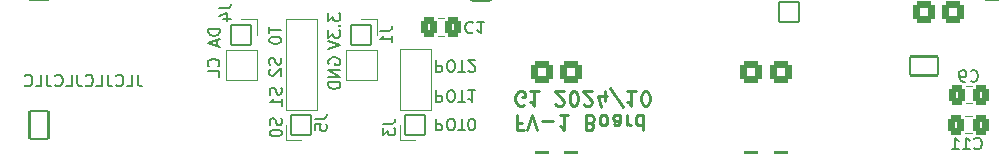
<source format=gbo>
G04 #@! TF.GenerationSoftware,KiCad,Pcbnew,8.0.5*
G04 #@! TF.CreationDate,2024-10-16T23:13:09+09:00*
G04 #@! TF.ProjectId,20240922_FV-1,32303234-3039-4323-925f-46562d312e6b,rev?*
G04 #@! TF.SameCoordinates,Original*
G04 #@! TF.FileFunction,Legend,Bot*
G04 #@! TF.FilePolarity,Positive*
%FSLAX46Y46*%
G04 Gerber Fmt 4.6, Leading zero omitted, Abs format (unit mm)*
G04 Created by KiCad (PCBNEW 8.0.5) date 2024-10-16 23:13:09*
%MOMM*%
%LPD*%
G01*
G04 APERTURE LIST*
G04 Aperture macros list*
%AMRoundRect*
0 Rectangle with rounded corners*
0 $1 Rounding radius*
0 $2 $3 $4 $5 $6 $7 $8 $9 X,Y pos of 4 corners*
0 Add a 4 corners polygon primitive as box body*
4,1,4,$2,$3,$4,$5,$6,$7,$8,$9,$2,$3,0*
0 Add four circle primitives for the rounded corners*
1,1,$1+$1,$2,$3*
1,1,$1+$1,$4,$5*
1,1,$1+$1,$6,$7*
1,1,$1+$1,$8,$9*
0 Add four rect primitives between the rounded corners*
20,1,$1+$1,$2,$3,$4,$5,0*
20,1,$1+$1,$4,$5,$6,$7,0*
20,1,$1+$1,$6,$7,$8,$9,0*
20,1,$1+$1,$8,$9,$2,$3,0*%
G04 Aperture macros list end*
%ADD10C,0.150000*%
%ADD11C,0.250000*%
%ADD12C,0.120000*%
%ADD13C,3.400000*%
%ADD14RoundRect,0.100000X0.850000X-0.850000X0.850000X0.850000X-0.850000X0.850000X-0.850000X-0.850000X0*%
%ADD15O,1.900000X1.900000*%
%ADD16RoundRect,0.281250X0.618750X0.618750X-0.618750X0.618750X-0.618750X-0.618750X0.618750X-0.618750X0*%
%ADD17RoundRect,0.100000X-1.200000X-0.800000X1.200000X-0.800000X1.200000X0.800000X-1.200000X0.800000X0*%
%ADD18O,2.600000X1.800000*%
%ADD19RoundRect,0.281250X-0.618750X-0.618750X0.618750X-0.618750X0.618750X0.618750X-0.618750X0.618750X0*%
%ADD20C,1.600000*%
%ADD21O,1.600000X1.600000*%
%ADD22C,1.320000*%
%ADD23RoundRect,0.100000X0.850000X0.850000X-0.850000X0.850000X-0.850000X-0.850000X0.850000X-0.850000X0*%
%ADD24RoundRect,0.100000X0.800000X-1.200000X0.800000X1.200000X-0.800000X1.200000X-0.800000X-1.200000X0*%
%ADD25O,1.800000X2.600000*%
%ADD26RoundRect,0.100000X-0.800000X1.200000X-0.800000X-1.200000X0.800000X-1.200000X0.800000X1.200000X0*%
%ADD27RoundRect,0.100000X-0.850000X-0.850000X0.850000X-0.850000X0.850000X0.850000X-0.850000X0.850000X0*%
%ADD28RoundRect,0.292553X0.394947X0.532447X-0.394947X0.532447X-0.394947X-0.532447X0.394947X-0.532447X0*%
%ADD29RoundRect,0.292553X-0.394947X-0.532447X0.394947X-0.532447X0.394947X0.532447X-0.394947X0.532447X0*%
G04 APERTURE END LIST*
D10*
X128857380Y-94126207D02*
X128905000Y-94078588D01*
X128905000Y-94078588D02*
X128952619Y-93935731D01*
X128952619Y-93935731D02*
X128952619Y-93840493D01*
X128952619Y-93840493D02*
X128905000Y-93697636D01*
X128905000Y-93697636D02*
X128809761Y-93602398D01*
X128809761Y-93602398D02*
X128714523Y-93554779D01*
X128714523Y-93554779D02*
X128524047Y-93507160D01*
X128524047Y-93507160D02*
X128381190Y-93507160D01*
X128381190Y-93507160D02*
X128190714Y-93554779D01*
X128190714Y-93554779D02*
X128095476Y-93602398D01*
X128095476Y-93602398D02*
X128000238Y-93697636D01*
X128000238Y-93697636D02*
X127952619Y-93840493D01*
X127952619Y-93840493D02*
X127952619Y-93935731D01*
X127952619Y-93935731D02*
X128000238Y-94078588D01*
X128000238Y-94078588D02*
X128047857Y-94126207D01*
X128952619Y-95030969D02*
X128952619Y-94554779D01*
X128952619Y-94554779D02*
X127952619Y-94554779D01*
X138236438Y-93951588D02*
X138188819Y-93856350D01*
X138188819Y-93856350D02*
X138188819Y-93713493D01*
X138188819Y-93713493D02*
X138236438Y-93570636D01*
X138236438Y-93570636D02*
X138331676Y-93475398D01*
X138331676Y-93475398D02*
X138426914Y-93427779D01*
X138426914Y-93427779D02*
X138617390Y-93380160D01*
X138617390Y-93380160D02*
X138760247Y-93380160D01*
X138760247Y-93380160D02*
X138950723Y-93427779D01*
X138950723Y-93427779D02*
X139045961Y-93475398D01*
X139045961Y-93475398D02*
X139141200Y-93570636D01*
X139141200Y-93570636D02*
X139188819Y-93713493D01*
X139188819Y-93713493D02*
X139188819Y-93808731D01*
X139188819Y-93808731D02*
X139141200Y-93951588D01*
X139141200Y-93951588D02*
X139093580Y-93999207D01*
X139093580Y-93999207D02*
X138760247Y-93999207D01*
X138760247Y-93999207D02*
X138760247Y-93808731D01*
X139188819Y-94427779D02*
X138188819Y-94427779D01*
X138188819Y-94427779D02*
X139188819Y-94999207D01*
X139188819Y-94999207D02*
X138188819Y-94999207D01*
X139188819Y-95475398D02*
X138188819Y-95475398D01*
X138188819Y-95475398D02*
X138188819Y-95713493D01*
X138188819Y-95713493D02*
X138236438Y-95856350D01*
X138236438Y-95856350D02*
X138331676Y-95951588D01*
X138331676Y-95951588D02*
X138426914Y-95999207D01*
X138426914Y-95999207D02*
X138617390Y-96046826D01*
X138617390Y-96046826D02*
X138760247Y-96046826D01*
X138760247Y-96046826D02*
X138950723Y-95999207D01*
X138950723Y-95999207D02*
X139045961Y-95951588D01*
X139045961Y-95951588D02*
X139141200Y-95856350D01*
X139141200Y-95856350D02*
X139188819Y-95713493D01*
X139188819Y-95713493D02*
X139188819Y-95475398D01*
X122059506Y-94831019D02*
X122059506Y-95545304D01*
X122059506Y-95545304D02*
X122107125Y-95688161D01*
X122107125Y-95688161D02*
X122202363Y-95783400D01*
X122202363Y-95783400D02*
X122345220Y-95831019D01*
X122345220Y-95831019D02*
X122440458Y-95831019D01*
X121107125Y-95831019D02*
X121583315Y-95831019D01*
X121583315Y-95831019D02*
X121583315Y-94831019D01*
X120202363Y-95735780D02*
X120249982Y-95783400D01*
X120249982Y-95783400D02*
X120392839Y-95831019D01*
X120392839Y-95831019D02*
X120488077Y-95831019D01*
X120488077Y-95831019D02*
X120630934Y-95783400D01*
X120630934Y-95783400D02*
X120726172Y-95688161D01*
X120726172Y-95688161D02*
X120773791Y-95592923D01*
X120773791Y-95592923D02*
X120821410Y-95402447D01*
X120821410Y-95402447D02*
X120821410Y-95259590D01*
X120821410Y-95259590D02*
X120773791Y-95069114D01*
X120773791Y-95069114D02*
X120726172Y-94973876D01*
X120726172Y-94973876D02*
X120630934Y-94878638D01*
X120630934Y-94878638D02*
X120488077Y-94831019D01*
X120488077Y-94831019D02*
X120392839Y-94831019D01*
X120392839Y-94831019D02*
X120249982Y-94878638D01*
X120249982Y-94878638D02*
X120202363Y-94926257D01*
X119488077Y-94831019D02*
X119488077Y-95545304D01*
X119488077Y-95545304D02*
X119535696Y-95688161D01*
X119535696Y-95688161D02*
X119630934Y-95783400D01*
X119630934Y-95783400D02*
X119773791Y-95831019D01*
X119773791Y-95831019D02*
X119869029Y-95831019D01*
X118535696Y-95831019D02*
X119011886Y-95831019D01*
X119011886Y-95831019D02*
X119011886Y-94831019D01*
X117630934Y-95735780D02*
X117678553Y-95783400D01*
X117678553Y-95783400D02*
X117821410Y-95831019D01*
X117821410Y-95831019D02*
X117916648Y-95831019D01*
X117916648Y-95831019D02*
X118059505Y-95783400D01*
X118059505Y-95783400D02*
X118154743Y-95688161D01*
X118154743Y-95688161D02*
X118202362Y-95592923D01*
X118202362Y-95592923D02*
X118249981Y-95402447D01*
X118249981Y-95402447D02*
X118249981Y-95259590D01*
X118249981Y-95259590D02*
X118202362Y-95069114D01*
X118202362Y-95069114D02*
X118154743Y-94973876D01*
X118154743Y-94973876D02*
X118059505Y-94878638D01*
X118059505Y-94878638D02*
X117916648Y-94831019D01*
X117916648Y-94831019D02*
X117821410Y-94831019D01*
X117821410Y-94831019D02*
X117678553Y-94878638D01*
X117678553Y-94878638D02*
X117630934Y-94926257D01*
X116916648Y-94831019D02*
X116916648Y-95545304D01*
X116916648Y-95545304D02*
X116964267Y-95688161D01*
X116964267Y-95688161D02*
X117059505Y-95783400D01*
X117059505Y-95783400D02*
X117202362Y-95831019D01*
X117202362Y-95831019D02*
X117297600Y-95831019D01*
X115964267Y-95831019D02*
X116440457Y-95831019D01*
X116440457Y-95831019D02*
X116440457Y-94831019D01*
X115059505Y-95735780D02*
X115107124Y-95783400D01*
X115107124Y-95783400D02*
X115249981Y-95831019D01*
X115249981Y-95831019D02*
X115345219Y-95831019D01*
X115345219Y-95831019D02*
X115488076Y-95783400D01*
X115488076Y-95783400D02*
X115583314Y-95688161D01*
X115583314Y-95688161D02*
X115630933Y-95592923D01*
X115630933Y-95592923D02*
X115678552Y-95402447D01*
X115678552Y-95402447D02*
X115678552Y-95259590D01*
X115678552Y-95259590D02*
X115630933Y-95069114D01*
X115630933Y-95069114D02*
X115583314Y-94973876D01*
X115583314Y-94973876D02*
X115488076Y-94878638D01*
X115488076Y-94878638D02*
X115345219Y-94831019D01*
X115345219Y-94831019D02*
X115249981Y-94831019D01*
X115249981Y-94831019D02*
X115107124Y-94878638D01*
X115107124Y-94878638D02*
X115059505Y-94926257D01*
X114345219Y-94831019D02*
X114345219Y-95545304D01*
X114345219Y-95545304D02*
X114392838Y-95688161D01*
X114392838Y-95688161D02*
X114488076Y-95783400D01*
X114488076Y-95783400D02*
X114630933Y-95831019D01*
X114630933Y-95831019D02*
X114726171Y-95831019D01*
X113392838Y-95831019D02*
X113869028Y-95831019D01*
X113869028Y-95831019D02*
X113869028Y-94831019D01*
X112488076Y-95735780D02*
X112535695Y-95783400D01*
X112535695Y-95783400D02*
X112678552Y-95831019D01*
X112678552Y-95831019D02*
X112773790Y-95831019D01*
X112773790Y-95831019D02*
X112916647Y-95783400D01*
X112916647Y-95783400D02*
X113011885Y-95688161D01*
X113011885Y-95688161D02*
X113059504Y-95592923D01*
X113059504Y-95592923D02*
X113107123Y-95402447D01*
X113107123Y-95402447D02*
X113107123Y-95259590D01*
X113107123Y-95259590D02*
X113059504Y-95069114D01*
X113059504Y-95069114D02*
X113011885Y-94973876D01*
X113011885Y-94973876D02*
X112916647Y-94878638D01*
X112916647Y-94878638D02*
X112773790Y-94831019D01*
X112773790Y-94831019D02*
X112678552Y-94831019D01*
X112678552Y-94831019D02*
X112535695Y-94878638D01*
X112535695Y-94878638D02*
X112488076Y-94926257D01*
D11*
X154736053Y-97419252D02*
X154617006Y-97478776D01*
X154617006Y-97478776D02*
X154438434Y-97478776D01*
X154438434Y-97478776D02*
X154259863Y-97419252D01*
X154259863Y-97419252D02*
X154140815Y-97300204D01*
X154140815Y-97300204D02*
X154081292Y-97181157D01*
X154081292Y-97181157D02*
X154021768Y-96943061D01*
X154021768Y-96943061D02*
X154021768Y-96764490D01*
X154021768Y-96764490D02*
X154081292Y-96526395D01*
X154081292Y-96526395D02*
X154140815Y-96407347D01*
X154140815Y-96407347D02*
X154259863Y-96288300D01*
X154259863Y-96288300D02*
X154438434Y-96228776D01*
X154438434Y-96228776D02*
X154557482Y-96228776D01*
X154557482Y-96228776D02*
X154736053Y-96288300D01*
X154736053Y-96288300D02*
X154795577Y-96347823D01*
X154795577Y-96347823D02*
X154795577Y-96764490D01*
X154795577Y-96764490D02*
X154557482Y-96764490D01*
X155986053Y-96228776D02*
X155271768Y-96228776D01*
X155628911Y-96228776D02*
X155628911Y-97478776D01*
X155628911Y-97478776D02*
X155509863Y-97300204D01*
X155509863Y-97300204D02*
X155390815Y-97181157D01*
X155390815Y-97181157D02*
X155271768Y-97121633D01*
X157414625Y-97359728D02*
X157474149Y-97419252D01*
X157474149Y-97419252D02*
X157593196Y-97478776D01*
X157593196Y-97478776D02*
X157890815Y-97478776D01*
X157890815Y-97478776D02*
X158009863Y-97419252D01*
X158009863Y-97419252D02*
X158069387Y-97359728D01*
X158069387Y-97359728D02*
X158128910Y-97240680D01*
X158128910Y-97240680D02*
X158128910Y-97121633D01*
X158128910Y-97121633D02*
X158069387Y-96943061D01*
X158069387Y-96943061D02*
X157355101Y-96228776D01*
X157355101Y-96228776D02*
X158128910Y-96228776D01*
X158902720Y-97478776D02*
X159021767Y-97478776D01*
X159021767Y-97478776D02*
X159140815Y-97419252D01*
X159140815Y-97419252D02*
X159200339Y-97359728D01*
X159200339Y-97359728D02*
X159259863Y-97240680D01*
X159259863Y-97240680D02*
X159319386Y-97002585D01*
X159319386Y-97002585D02*
X159319386Y-96704966D01*
X159319386Y-96704966D02*
X159259863Y-96466871D01*
X159259863Y-96466871D02*
X159200339Y-96347823D01*
X159200339Y-96347823D02*
X159140815Y-96288300D01*
X159140815Y-96288300D02*
X159021767Y-96228776D01*
X159021767Y-96228776D02*
X158902720Y-96228776D01*
X158902720Y-96228776D02*
X158783672Y-96288300D01*
X158783672Y-96288300D02*
X158724148Y-96347823D01*
X158724148Y-96347823D02*
X158664625Y-96466871D01*
X158664625Y-96466871D02*
X158605101Y-96704966D01*
X158605101Y-96704966D02*
X158605101Y-97002585D01*
X158605101Y-97002585D02*
X158664625Y-97240680D01*
X158664625Y-97240680D02*
X158724148Y-97359728D01*
X158724148Y-97359728D02*
X158783672Y-97419252D01*
X158783672Y-97419252D02*
X158902720Y-97478776D01*
X159795577Y-97359728D02*
X159855101Y-97419252D01*
X159855101Y-97419252D02*
X159974148Y-97478776D01*
X159974148Y-97478776D02*
X160271767Y-97478776D01*
X160271767Y-97478776D02*
X160390815Y-97419252D01*
X160390815Y-97419252D02*
X160450339Y-97359728D01*
X160450339Y-97359728D02*
X160509862Y-97240680D01*
X160509862Y-97240680D02*
X160509862Y-97121633D01*
X160509862Y-97121633D02*
X160450339Y-96943061D01*
X160450339Y-96943061D02*
X159736053Y-96228776D01*
X159736053Y-96228776D02*
X160509862Y-96228776D01*
X161581291Y-97062109D02*
X161581291Y-96228776D01*
X161283672Y-97538300D02*
X160986053Y-96645442D01*
X160986053Y-96645442D02*
X161759862Y-96645442D01*
X163128910Y-97538300D02*
X162057481Y-95931157D01*
X164200338Y-96228776D02*
X163486053Y-96228776D01*
X163843196Y-96228776D02*
X163843196Y-97478776D01*
X163843196Y-97478776D02*
X163724148Y-97300204D01*
X163724148Y-97300204D02*
X163605100Y-97181157D01*
X163605100Y-97181157D02*
X163486053Y-97121633D01*
X164974148Y-97478776D02*
X165093195Y-97478776D01*
X165093195Y-97478776D02*
X165212243Y-97419252D01*
X165212243Y-97419252D02*
X165271767Y-97359728D01*
X165271767Y-97359728D02*
X165331291Y-97240680D01*
X165331291Y-97240680D02*
X165390814Y-97002585D01*
X165390814Y-97002585D02*
X165390814Y-96704966D01*
X165390814Y-96704966D02*
X165331291Y-96466871D01*
X165331291Y-96466871D02*
X165271767Y-96347823D01*
X165271767Y-96347823D02*
X165212243Y-96288300D01*
X165212243Y-96288300D02*
X165093195Y-96228776D01*
X165093195Y-96228776D02*
X164974148Y-96228776D01*
X164974148Y-96228776D02*
X164855100Y-96288300D01*
X164855100Y-96288300D02*
X164795576Y-96347823D01*
X164795576Y-96347823D02*
X164736053Y-96466871D01*
X164736053Y-96466871D02*
X164676529Y-96704966D01*
X164676529Y-96704966D02*
X164676529Y-97002585D01*
X164676529Y-97002585D02*
X164736053Y-97240680D01*
X164736053Y-97240680D02*
X164795576Y-97359728D01*
X164795576Y-97359728D02*
X164855100Y-97419252D01*
X164855100Y-97419252D02*
X164974148Y-97478776D01*
D10*
X129003419Y-90963979D02*
X128003419Y-90963979D01*
X128003419Y-90963979D02*
X128003419Y-91202074D01*
X128003419Y-91202074D02*
X128051038Y-91344931D01*
X128051038Y-91344931D02*
X128146276Y-91440169D01*
X128146276Y-91440169D02*
X128241514Y-91487788D01*
X128241514Y-91487788D02*
X128431990Y-91535407D01*
X128431990Y-91535407D02*
X128574847Y-91535407D01*
X128574847Y-91535407D02*
X128765323Y-91487788D01*
X128765323Y-91487788D02*
X128860561Y-91440169D01*
X128860561Y-91440169D02*
X128955800Y-91344931D01*
X128955800Y-91344931D02*
X129003419Y-91202074D01*
X129003419Y-91202074D02*
X129003419Y-90963979D01*
X128717704Y-91916360D02*
X128717704Y-92392550D01*
X129003419Y-91821122D02*
X128003419Y-92154455D01*
X128003419Y-92154455D02*
X129003419Y-92487788D01*
X134137400Y-93405560D02*
X134185019Y-93548417D01*
X134185019Y-93548417D02*
X134185019Y-93786512D01*
X134185019Y-93786512D02*
X134137400Y-93881750D01*
X134137400Y-93881750D02*
X134089780Y-93929369D01*
X134089780Y-93929369D02*
X133994542Y-93976988D01*
X133994542Y-93976988D02*
X133899304Y-93976988D01*
X133899304Y-93976988D02*
X133804066Y-93929369D01*
X133804066Y-93929369D02*
X133756447Y-93881750D01*
X133756447Y-93881750D02*
X133708828Y-93786512D01*
X133708828Y-93786512D02*
X133661209Y-93596036D01*
X133661209Y-93596036D02*
X133613590Y-93500798D01*
X133613590Y-93500798D02*
X133565971Y-93453179D01*
X133565971Y-93453179D02*
X133470733Y-93405560D01*
X133470733Y-93405560D02*
X133375495Y-93405560D01*
X133375495Y-93405560D02*
X133280257Y-93453179D01*
X133280257Y-93453179D02*
X133232638Y-93500798D01*
X133232638Y-93500798D02*
X133185019Y-93596036D01*
X133185019Y-93596036D02*
X133185019Y-93834131D01*
X133185019Y-93834131D02*
X133232638Y-93976988D01*
X133280257Y-94357941D02*
X133232638Y-94405560D01*
X133232638Y-94405560D02*
X133185019Y-94500798D01*
X133185019Y-94500798D02*
X133185019Y-94738893D01*
X133185019Y-94738893D02*
X133232638Y-94834131D01*
X133232638Y-94834131D02*
X133280257Y-94881750D01*
X133280257Y-94881750D02*
X133375495Y-94929369D01*
X133375495Y-94929369D02*
X133470733Y-94929369D01*
X133470733Y-94929369D02*
X133613590Y-94881750D01*
X133613590Y-94881750D02*
X134185019Y-94310322D01*
X134185019Y-94310322D02*
X134185019Y-94929369D01*
X147275779Y-93602180D02*
X147275779Y-94602180D01*
X147275779Y-94602180D02*
X147656731Y-94602180D01*
X147656731Y-94602180D02*
X147751969Y-94554561D01*
X147751969Y-94554561D02*
X147799588Y-94506942D01*
X147799588Y-94506942D02*
X147847207Y-94411704D01*
X147847207Y-94411704D02*
X147847207Y-94268847D01*
X147847207Y-94268847D02*
X147799588Y-94173609D01*
X147799588Y-94173609D02*
X147751969Y-94125990D01*
X147751969Y-94125990D02*
X147656731Y-94078371D01*
X147656731Y-94078371D02*
X147275779Y-94078371D01*
X148466255Y-94602180D02*
X148656731Y-94602180D01*
X148656731Y-94602180D02*
X148751969Y-94554561D01*
X148751969Y-94554561D02*
X148847207Y-94459323D01*
X148847207Y-94459323D02*
X148894826Y-94268847D01*
X148894826Y-94268847D02*
X148894826Y-93935514D01*
X148894826Y-93935514D02*
X148847207Y-93745038D01*
X148847207Y-93745038D02*
X148751969Y-93649800D01*
X148751969Y-93649800D02*
X148656731Y-93602180D01*
X148656731Y-93602180D02*
X148466255Y-93602180D01*
X148466255Y-93602180D02*
X148371017Y-93649800D01*
X148371017Y-93649800D02*
X148275779Y-93745038D01*
X148275779Y-93745038D02*
X148228160Y-93935514D01*
X148228160Y-93935514D02*
X148228160Y-94268847D01*
X148228160Y-94268847D02*
X148275779Y-94459323D01*
X148275779Y-94459323D02*
X148371017Y-94554561D01*
X148371017Y-94554561D02*
X148466255Y-94602180D01*
X149180541Y-94602180D02*
X149751969Y-94602180D01*
X149466255Y-93602180D02*
X149466255Y-94602180D01*
X150037684Y-94506942D02*
X150085303Y-94554561D01*
X150085303Y-94554561D02*
X150180541Y-94602180D01*
X150180541Y-94602180D02*
X150418636Y-94602180D01*
X150418636Y-94602180D02*
X150513874Y-94554561D01*
X150513874Y-94554561D02*
X150561493Y-94506942D01*
X150561493Y-94506942D02*
X150609112Y-94411704D01*
X150609112Y-94411704D02*
X150609112Y-94316466D01*
X150609112Y-94316466D02*
X150561493Y-94173609D01*
X150561493Y-94173609D02*
X149990065Y-93602180D01*
X149990065Y-93602180D02*
X150609112Y-93602180D01*
X147275779Y-96142180D02*
X147275779Y-97142180D01*
X147275779Y-97142180D02*
X147656731Y-97142180D01*
X147656731Y-97142180D02*
X147751969Y-97094561D01*
X147751969Y-97094561D02*
X147799588Y-97046942D01*
X147799588Y-97046942D02*
X147847207Y-96951704D01*
X147847207Y-96951704D02*
X147847207Y-96808847D01*
X147847207Y-96808847D02*
X147799588Y-96713609D01*
X147799588Y-96713609D02*
X147751969Y-96665990D01*
X147751969Y-96665990D02*
X147656731Y-96618371D01*
X147656731Y-96618371D02*
X147275779Y-96618371D01*
X148466255Y-97142180D02*
X148656731Y-97142180D01*
X148656731Y-97142180D02*
X148751969Y-97094561D01*
X148751969Y-97094561D02*
X148847207Y-96999323D01*
X148847207Y-96999323D02*
X148894826Y-96808847D01*
X148894826Y-96808847D02*
X148894826Y-96475514D01*
X148894826Y-96475514D02*
X148847207Y-96285038D01*
X148847207Y-96285038D02*
X148751969Y-96189800D01*
X148751969Y-96189800D02*
X148656731Y-96142180D01*
X148656731Y-96142180D02*
X148466255Y-96142180D01*
X148466255Y-96142180D02*
X148371017Y-96189800D01*
X148371017Y-96189800D02*
X148275779Y-96285038D01*
X148275779Y-96285038D02*
X148228160Y-96475514D01*
X148228160Y-96475514D02*
X148228160Y-96808847D01*
X148228160Y-96808847D02*
X148275779Y-96999323D01*
X148275779Y-96999323D02*
X148371017Y-97094561D01*
X148371017Y-97094561D02*
X148466255Y-97142180D01*
X149180541Y-97142180D02*
X149751969Y-97142180D01*
X149466255Y-96142180D02*
X149466255Y-97142180D01*
X150609112Y-96142180D02*
X150037684Y-96142180D01*
X150323398Y-96142180D02*
X150323398Y-97142180D01*
X150323398Y-97142180D02*
X150228160Y-96999323D01*
X150228160Y-96999323D02*
X150132922Y-96904085D01*
X150132922Y-96904085D02*
X150037684Y-96856466D01*
X134188200Y-98536360D02*
X134235819Y-98679217D01*
X134235819Y-98679217D02*
X134235819Y-98917312D01*
X134235819Y-98917312D02*
X134188200Y-99012550D01*
X134188200Y-99012550D02*
X134140580Y-99060169D01*
X134140580Y-99060169D02*
X134045342Y-99107788D01*
X134045342Y-99107788D02*
X133950104Y-99107788D01*
X133950104Y-99107788D02*
X133854866Y-99060169D01*
X133854866Y-99060169D02*
X133807247Y-99012550D01*
X133807247Y-99012550D02*
X133759628Y-98917312D01*
X133759628Y-98917312D02*
X133712009Y-98726836D01*
X133712009Y-98726836D02*
X133664390Y-98631598D01*
X133664390Y-98631598D02*
X133616771Y-98583979D01*
X133616771Y-98583979D02*
X133521533Y-98536360D01*
X133521533Y-98536360D02*
X133426295Y-98536360D01*
X133426295Y-98536360D02*
X133331057Y-98583979D01*
X133331057Y-98583979D02*
X133283438Y-98631598D01*
X133283438Y-98631598D02*
X133235819Y-98726836D01*
X133235819Y-98726836D02*
X133235819Y-98964931D01*
X133235819Y-98964931D02*
X133283438Y-99107788D01*
X133235819Y-99726836D02*
X133235819Y-99822074D01*
X133235819Y-99822074D02*
X133283438Y-99917312D01*
X133283438Y-99917312D02*
X133331057Y-99964931D01*
X133331057Y-99964931D02*
X133426295Y-100012550D01*
X133426295Y-100012550D02*
X133616771Y-100060169D01*
X133616771Y-100060169D02*
X133854866Y-100060169D01*
X133854866Y-100060169D02*
X134045342Y-100012550D01*
X134045342Y-100012550D02*
X134140580Y-99964931D01*
X134140580Y-99964931D02*
X134188200Y-99917312D01*
X134188200Y-99917312D02*
X134235819Y-99822074D01*
X134235819Y-99822074D02*
X134235819Y-99726836D01*
X134235819Y-99726836D02*
X134188200Y-99631598D01*
X134188200Y-99631598D02*
X134140580Y-99583979D01*
X134140580Y-99583979D02*
X134045342Y-99536360D01*
X134045342Y-99536360D02*
X133854866Y-99488741D01*
X133854866Y-99488741D02*
X133616771Y-99488741D01*
X133616771Y-99488741D02*
X133426295Y-99536360D01*
X133426295Y-99536360D02*
X133331057Y-99583979D01*
X133331057Y-99583979D02*
X133283438Y-99631598D01*
X133283438Y-99631598D02*
X133235819Y-99726836D01*
D11*
X154548758Y-98915538D02*
X154132092Y-98915538D01*
X154132092Y-98260776D02*
X154132092Y-99510776D01*
X154132092Y-99510776D02*
X154727330Y-99510776D01*
X155024949Y-99510776D02*
X155441616Y-98260776D01*
X155441616Y-98260776D02*
X155858282Y-99510776D01*
X156274950Y-98736966D02*
X157227331Y-98736966D01*
X158477330Y-98260776D02*
X157763045Y-98260776D01*
X158120188Y-98260776D02*
X158120188Y-99510776D01*
X158120188Y-99510776D02*
X158001140Y-99332204D01*
X158001140Y-99332204D02*
X157882092Y-99213157D01*
X157882092Y-99213157D02*
X157763045Y-99153633D01*
X160382092Y-98915538D02*
X160560664Y-98856014D01*
X160560664Y-98856014D02*
X160620187Y-98796490D01*
X160620187Y-98796490D02*
X160679711Y-98677442D01*
X160679711Y-98677442D02*
X160679711Y-98498871D01*
X160679711Y-98498871D02*
X160620187Y-98379823D01*
X160620187Y-98379823D02*
X160560664Y-98320300D01*
X160560664Y-98320300D02*
X160441616Y-98260776D01*
X160441616Y-98260776D02*
X159965426Y-98260776D01*
X159965426Y-98260776D02*
X159965426Y-99510776D01*
X159965426Y-99510776D02*
X160382092Y-99510776D01*
X160382092Y-99510776D02*
X160501140Y-99451252D01*
X160501140Y-99451252D02*
X160560664Y-99391728D01*
X160560664Y-99391728D02*
X160620187Y-99272680D01*
X160620187Y-99272680D02*
X160620187Y-99153633D01*
X160620187Y-99153633D02*
X160560664Y-99034585D01*
X160560664Y-99034585D02*
X160501140Y-98975061D01*
X160501140Y-98975061D02*
X160382092Y-98915538D01*
X160382092Y-98915538D02*
X159965426Y-98915538D01*
X161393997Y-98260776D02*
X161274949Y-98320300D01*
X161274949Y-98320300D02*
X161215426Y-98379823D01*
X161215426Y-98379823D02*
X161155902Y-98498871D01*
X161155902Y-98498871D02*
X161155902Y-98856014D01*
X161155902Y-98856014D02*
X161215426Y-98975061D01*
X161215426Y-98975061D02*
X161274949Y-99034585D01*
X161274949Y-99034585D02*
X161393997Y-99094109D01*
X161393997Y-99094109D02*
X161572568Y-99094109D01*
X161572568Y-99094109D02*
X161691616Y-99034585D01*
X161691616Y-99034585D02*
X161751140Y-98975061D01*
X161751140Y-98975061D02*
X161810664Y-98856014D01*
X161810664Y-98856014D02*
X161810664Y-98498871D01*
X161810664Y-98498871D02*
X161751140Y-98379823D01*
X161751140Y-98379823D02*
X161691616Y-98320300D01*
X161691616Y-98320300D02*
X161572568Y-98260776D01*
X161572568Y-98260776D02*
X161393997Y-98260776D01*
X162882092Y-98260776D02*
X162882092Y-98915538D01*
X162882092Y-98915538D02*
X162822568Y-99034585D01*
X162822568Y-99034585D02*
X162703520Y-99094109D01*
X162703520Y-99094109D02*
X162465425Y-99094109D01*
X162465425Y-99094109D02*
X162346378Y-99034585D01*
X162882092Y-98320300D02*
X162763044Y-98260776D01*
X162763044Y-98260776D02*
X162465425Y-98260776D01*
X162465425Y-98260776D02*
X162346378Y-98320300D01*
X162346378Y-98320300D02*
X162286854Y-98439347D01*
X162286854Y-98439347D02*
X162286854Y-98558395D01*
X162286854Y-98558395D02*
X162346378Y-98677442D01*
X162346378Y-98677442D02*
X162465425Y-98736966D01*
X162465425Y-98736966D02*
X162763044Y-98736966D01*
X162763044Y-98736966D02*
X162882092Y-98796490D01*
X163477330Y-98260776D02*
X163477330Y-99094109D01*
X163477330Y-98856014D02*
X163536853Y-98975061D01*
X163536853Y-98975061D02*
X163596377Y-99034585D01*
X163596377Y-99034585D02*
X163715425Y-99094109D01*
X163715425Y-99094109D02*
X163834472Y-99094109D01*
X164786854Y-98260776D02*
X164786854Y-99510776D01*
X164786854Y-98320300D02*
X164667806Y-98260776D01*
X164667806Y-98260776D02*
X164429711Y-98260776D01*
X164429711Y-98260776D02*
X164310663Y-98320300D01*
X164310663Y-98320300D02*
X164251140Y-98379823D01*
X164251140Y-98379823D02*
X164191616Y-98498871D01*
X164191616Y-98498871D02*
X164191616Y-98856014D01*
X164191616Y-98856014D02*
X164251140Y-98975061D01*
X164251140Y-98975061D02*
X164310663Y-99034585D01*
X164310663Y-99034585D02*
X164429711Y-99094109D01*
X164429711Y-99094109D02*
X164667806Y-99094109D01*
X164667806Y-99094109D02*
X164786854Y-99034585D01*
D10*
X134188200Y-95945560D02*
X134235819Y-96088417D01*
X134235819Y-96088417D02*
X134235819Y-96326512D01*
X134235819Y-96326512D02*
X134188200Y-96421750D01*
X134188200Y-96421750D02*
X134140580Y-96469369D01*
X134140580Y-96469369D02*
X134045342Y-96516988D01*
X134045342Y-96516988D02*
X133950104Y-96516988D01*
X133950104Y-96516988D02*
X133854866Y-96469369D01*
X133854866Y-96469369D02*
X133807247Y-96421750D01*
X133807247Y-96421750D02*
X133759628Y-96326512D01*
X133759628Y-96326512D02*
X133712009Y-96136036D01*
X133712009Y-96136036D02*
X133664390Y-96040798D01*
X133664390Y-96040798D02*
X133616771Y-95993179D01*
X133616771Y-95993179D02*
X133521533Y-95945560D01*
X133521533Y-95945560D02*
X133426295Y-95945560D01*
X133426295Y-95945560D02*
X133331057Y-95993179D01*
X133331057Y-95993179D02*
X133283438Y-96040798D01*
X133283438Y-96040798D02*
X133235819Y-96136036D01*
X133235819Y-96136036D02*
X133235819Y-96374131D01*
X133235819Y-96374131D02*
X133283438Y-96516988D01*
X134235819Y-97469369D02*
X134235819Y-96897941D01*
X134235819Y-97183655D02*
X133235819Y-97183655D01*
X133235819Y-97183655D02*
X133378676Y-97088417D01*
X133378676Y-97088417D02*
X133473914Y-96993179D01*
X133473914Y-96993179D02*
X133521533Y-96897941D01*
X133185019Y-90770322D02*
X133185019Y-91341750D01*
X134185019Y-91056036D02*
X133185019Y-91056036D01*
X133185019Y-91865560D02*
X133185019Y-91960798D01*
X133185019Y-91960798D02*
X133232638Y-92056036D01*
X133232638Y-92056036D02*
X133280257Y-92103655D01*
X133280257Y-92103655D02*
X133375495Y-92151274D01*
X133375495Y-92151274D02*
X133565971Y-92198893D01*
X133565971Y-92198893D02*
X133804066Y-92198893D01*
X133804066Y-92198893D02*
X133994542Y-92151274D01*
X133994542Y-92151274D02*
X134089780Y-92103655D01*
X134089780Y-92103655D02*
X134137400Y-92056036D01*
X134137400Y-92056036D02*
X134185019Y-91960798D01*
X134185019Y-91960798D02*
X134185019Y-91865560D01*
X134185019Y-91865560D02*
X134137400Y-91770322D01*
X134137400Y-91770322D02*
X134089780Y-91722703D01*
X134089780Y-91722703D02*
X133994542Y-91675084D01*
X133994542Y-91675084D02*
X133804066Y-91627465D01*
X133804066Y-91627465D02*
X133565971Y-91627465D01*
X133565971Y-91627465D02*
X133375495Y-91675084D01*
X133375495Y-91675084D02*
X133280257Y-91722703D01*
X133280257Y-91722703D02*
X133232638Y-91770322D01*
X133232638Y-91770322D02*
X133185019Y-91865560D01*
X138188819Y-89649541D02*
X138188819Y-90268588D01*
X138188819Y-90268588D02*
X138569771Y-89935255D01*
X138569771Y-89935255D02*
X138569771Y-90078112D01*
X138569771Y-90078112D02*
X138617390Y-90173350D01*
X138617390Y-90173350D02*
X138665009Y-90220969D01*
X138665009Y-90220969D02*
X138760247Y-90268588D01*
X138760247Y-90268588D02*
X138998342Y-90268588D01*
X138998342Y-90268588D02*
X139093580Y-90220969D01*
X139093580Y-90220969D02*
X139141200Y-90173350D01*
X139141200Y-90173350D02*
X139188819Y-90078112D01*
X139188819Y-90078112D02*
X139188819Y-89792398D01*
X139188819Y-89792398D02*
X139141200Y-89697160D01*
X139141200Y-89697160D02*
X139093580Y-89649541D01*
X139093580Y-90697160D02*
X139141200Y-90744779D01*
X139141200Y-90744779D02*
X139188819Y-90697160D01*
X139188819Y-90697160D02*
X139141200Y-90649541D01*
X139141200Y-90649541D02*
X139093580Y-90697160D01*
X139093580Y-90697160D02*
X139188819Y-90697160D01*
X138188819Y-91078112D02*
X138188819Y-91697159D01*
X138188819Y-91697159D02*
X138569771Y-91363826D01*
X138569771Y-91363826D02*
X138569771Y-91506683D01*
X138569771Y-91506683D02*
X138617390Y-91601921D01*
X138617390Y-91601921D02*
X138665009Y-91649540D01*
X138665009Y-91649540D02*
X138760247Y-91697159D01*
X138760247Y-91697159D02*
X138998342Y-91697159D01*
X138998342Y-91697159D02*
X139093580Y-91649540D01*
X139093580Y-91649540D02*
X139141200Y-91601921D01*
X139141200Y-91601921D02*
X139188819Y-91506683D01*
X139188819Y-91506683D02*
X139188819Y-91220969D01*
X139188819Y-91220969D02*
X139141200Y-91125731D01*
X139141200Y-91125731D02*
X139093580Y-91078112D01*
X138188819Y-91982874D02*
X139188819Y-92316207D01*
X139188819Y-92316207D02*
X138188819Y-92649540D01*
X147275779Y-98555180D02*
X147275779Y-99555180D01*
X147275779Y-99555180D02*
X147656731Y-99555180D01*
X147656731Y-99555180D02*
X147751969Y-99507561D01*
X147751969Y-99507561D02*
X147799588Y-99459942D01*
X147799588Y-99459942D02*
X147847207Y-99364704D01*
X147847207Y-99364704D02*
X147847207Y-99221847D01*
X147847207Y-99221847D02*
X147799588Y-99126609D01*
X147799588Y-99126609D02*
X147751969Y-99078990D01*
X147751969Y-99078990D02*
X147656731Y-99031371D01*
X147656731Y-99031371D02*
X147275779Y-99031371D01*
X148466255Y-99555180D02*
X148656731Y-99555180D01*
X148656731Y-99555180D02*
X148751969Y-99507561D01*
X148751969Y-99507561D02*
X148847207Y-99412323D01*
X148847207Y-99412323D02*
X148894826Y-99221847D01*
X148894826Y-99221847D02*
X148894826Y-98888514D01*
X148894826Y-98888514D02*
X148847207Y-98698038D01*
X148847207Y-98698038D02*
X148751969Y-98602800D01*
X148751969Y-98602800D02*
X148656731Y-98555180D01*
X148656731Y-98555180D02*
X148466255Y-98555180D01*
X148466255Y-98555180D02*
X148371017Y-98602800D01*
X148371017Y-98602800D02*
X148275779Y-98698038D01*
X148275779Y-98698038D02*
X148228160Y-98888514D01*
X148228160Y-98888514D02*
X148228160Y-99221847D01*
X148228160Y-99221847D02*
X148275779Y-99412323D01*
X148275779Y-99412323D02*
X148371017Y-99507561D01*
X148371017Y-99507561D02*
X148466255Y-99555180D01*
X149180541Y-99555180D02*
X149751969Y-99555180D01*
X149466255Y-98555180D02*
X149466255Y-99555180D01*
X150275779Y-99555180D02*
X150371017Y-99555180D01*
X150371017Y-99555180D02*
X150466255Y-99507561D01*
X150466255Y-99507561D02*
X150513874Y-99459942D01*
X150513874Y-99459942D02*
X150561493Y-99364704D01*
X150561493Y-99364704D02*
X150609112Y-99174228D01*
X150609112Y-99174228D02*
X150609112Y-98936133D01*
X150609112Y-98936133D02*
X150561493Y-98745657D01*
X150561493Y-98745657D02*
X150513874Y-98650419D01*
X150513874Y-98650419D02*
X150466255Y-98602800D01*
X150466255Y-98602800D02*
X150371017Y-98555180D01*
X150371017Y-98555180D02*
X150275779Y-98555180D01*
X150275779Y-98555180D02*
X150180541Y-98602800D01*
X150180541Y-98602800D02*
X150132922Y-98650419D01*
X150132922Y-98650419D02*
X150085303Y-98745657D01*
X150085303Y-98745657D02*
X150037684Y-98936133D01*
X150037684Y-98936133D02*
X150037684Y-99174228D01*
X150037684Y-99174228D02*
X150085303Y-99364704D01*
X150085303Y-99364704D02*
X150132922Y-99459942D01*
X150132922Y-99459942D02*
X150180541Y-99507561D01*
X150180541Y-99507561D02*
X150275779Y-99555180D01*
X142837819Y-98980666D02*
X143552104Y-98980666D01*
X143552104Y-98980666D02*
X143694961Y-98933047D01*
X143694961Y-98933047D02*
X143790200Y-98837809D01*
X143790200Y-98837809D02*
X143837819Y-98694952D01*
X143837819Y-98694952D02*
X143837819Y-98599714D01*
X142837819Y-99361619D02*
X142837819Y-99980666D01*
X142837819Y-99980666D02*
X143218771Y-99647333D01*
X143218771Y-99647333D02*
X143218771Y-99790190D01*
X143218771Y-99790190D02*
X143266390Y-99885428D01*
X143266390Y-99885428D02*
X143314009Y-99933047D01*
X143314009Y-99933047D02*
X143409247Y-99980666D01*
X143409247Y-99980666D02*
X143647342Y-99980666D01*
X143647342Y-99980666D02*
X143742580Y-99933047D01*
X143742580Y-99933047D02*
X143790200Y-99885428D01*
X143790200Y-99885428D02*
X143837819Y-99790190D01*
X143837819Y-99790190D02*
X143837819Y-99504476D01*
X143837819Y-99504476D02*
X143790200Y-99409238D01*
X143790200Y-99409238D02*
X143742580Y-99361619D01*
X192877857Y-101070580D02*
X192925476Y-101118200D01*
X192925476Y-101118200D02*
X193068333Y-101165819D01*
X193068333Y-101165819D02*
X193163571Y-101165819D01*
X193163571Y-101165819D02*
X193306428Y-101118200D01*
X193306428Y-101118200D02*
X193401666Y-101022961D01*
X193401666Y-101022961D02*
X193449285Y-100927723D01*
X193449285Y-100927723D02*
X193496904Y-100737247D01*
X193496904Y-100737247D02*
X193496904Y-100594390D01*
X193496904Y-100594390D02*
X193449285Y-100403914D01*
X193449285Y-100403914D02*
X193401666Y-100308676D01*
X193401666Y-100308676D02*
X193306428Y-100213438D01*
X193306428Y-100213438D02*
X193163571Y-100165819D01*
X193163571Y-100165819D02*
X193068333Y-100165819D01*
X193068333Y-100165819D02*
X192925476Y-100213438D01*
X192925476Y-100213438D02*
X192877857Y-100261057D01*
X191925476Y-101165819D02*
X192496904Y-101165819D01*
X192211190Y-101165819D02*
X192211190Y-100165819D01*
X192211190Y-100165819D02*
X192306428Y-100308676D01*
X192306428Y-100308676D02*
X192401666Y-100403914D01*
X192401666Y-100403914D02*
X192496904Y-100451533D01*
X190973095Y-101165819D02*
X191544523Y-101165819D01*
X191258809Y-101165819D02*
X191258809Y-100165819D01*
X191258809Y-100165819D02*
X191354047Y-100308676D01*
X191354047Y-100308676D02*
X191449285Y-100403914D01*
X191449285Y-100403914D02*
X191544523Y-100451533D01*
X150404533Y-90445419D02*
X150356914Y-90397800D01*
X150356914Y-90397800D02*
X150214057Y-90350180D01*
X150214057Y-90350180D02*
X150118819Y-90350180D01*
X150118819Y-90350180D02*
X149975962Y-90397800D01*
X149975962Y-90397800D02*
X149880724Y-90493038D01*
X149880724Y-90493038D02*
X149833105Y-90588276D01*
X149833105Y-90588276D02*
X149785486Y-90778752D01*
X149785486Y-90778752D02*
X149785486Y-90921609D01*
X149785486Y-90921609D02*
X149833105Y-91112085D01*
X149833105Y-91112085D02*
X149880724Y-91207323D01*
X149880724Y-91207323D02*
X149975962Y-91302561D01*
X149975962Y-91302561D02*
X150118819Y-91350180D01*
X150118819Y-91350180D02*
X150214057Y-91350180D01*
X150214057Y-91350180D02*
X150356914Y-91302561D01*
X150356914Y-91302561D02*
X150404533Y-91254942D01*
X151356914Y-90350180D02*
X150785486Y-90350180D01*
X151071200Y-90350180D02*
X151071200Y-91350180D01*
X151071200Y-91350180D02*
X150975962Y-91207323D01*
X150975962Y-91207323D02*
X150880724Y-91112085D01*
X150880724Y-91112085D02*
X150785486Y-91064466D01*
X128944019Y-89227066D02*
X129658304Y-89227066D01*
X129658304Y-89227066D02*
X129801161Y-89179447D01*
X129801161Y-89179447D02*
X129896400Y-89084209D01*
X129896400Y-89084209D02*
X129944019Y-88941352D01*
X129944019Y-88941352D02*
X129944019Y-88846114D01*
X129277352Y-90131828D02*
X129944019Y-90131828D01*
X128896400Y-89893733D02*
X129610685Y-89655638D01*
X129610685Y-89655638D02*
X129610685Y-90274685D01*
X137072019Y-98574266D02*
X137786304Y-98574266D01*
X137786304Y-98574266D02*
X137929161Y-98526647D01*
X137929161Y-98526647D02*
X138024400Y-98431409D01*
X138024400Y-98431409D02*
X138072019Y-98288552D01*
X138072019Y-98288552D02*
X138072019Y-98193314D01*
X137072019Y-99526647D02*
X137072019Y-99050457D01*
X137072019Y-99050457D02*
X137548209Y-99002838D01*
X137548209Y-99002838D02*
X137500590Y-99050457D01*
X137500590Y-99050457D02*
X137452971Y-99145695D01*
X137452971Y-99145695D02*
X137452971Y-99383790D01*
X137452971Y-99383790D02*
X137500590Y-99479028D01*
X137500590Y-99479028D02*
X137548209Y-99526647D01*
X137548209Y-99526647D02*
X137643447Y-99574266D01*
X137643447Y-99574266D02*
X137881542Y-99574266D01*
X137881542Y-99574266D02*
X137976780Y-99526647D01*
X137976780Y-99526647D02*
X138024400Y-99479028D01*
X138024400Y-99479028D02*
X138072019Y-99383790D01*
X138072019Y-99383790D02*
X138072019Y-99145695D01*
X138072019Y-99145695D02*
X138024400Y-99050457D01*
X138024400Y-99050457D02*
X137976780Y-99002838D01*
X192571666Y-95355580D02*
X192619285Y-95403200D01*
X192619285Y-95403200D02*
X192762142Y-95450819D01*
X192762142Y-95450819D02*
X192857380Y-95450819D01*
X192857380Y-95450819D02*
X193000237Y-95403200D01*
X193000237Y-95403200D02*
X193095475Y-95307961D01*
X193095475Y-95307961D02*
X193143094Y-95212723D01*
X193143094Y-95212723D02*
X193190713Y-95022247D01*
X193190713Y-95022247D02*
X193190713Y-94879390D01*
X193190713Y-94879390D02*
X193143094Y-94688914D01*
X193143094Y-94688914D02*
X193095475Y-94593676D01*
X193095475Y-94593676D02*
X193000237Y-94498438D01*
X193000237Y-94498438D02*
X192857380Y-94450819D01*
X192857380Y-94450819D02*
X192762142Y-94450819D01*
X192762142Y-94450819D02*
X192619285Y-94498438D01*
X192619285Y-94498438D02*
X192571666Y-94546057D01*
X192095475Y-95450819D02*
X191904999Y-95450819D01*
X191904999Y-95450819D02*
X191809761Y-95403200D01*
X191809761Y-95403200D02*
X191762142Y-95355580D01*
X191762142Y-95355580D02*
X191666904Y-95212723D01*
X191666904Y-95212723D02*
X191619285Y-95022247D01*
X191619285Y-95022247D02*
X191619285Y-94641295D01*
X191619285Y-94641295D02*
X191666904Y-94546057D01*
X191666904Y-94546057D02*
X191714523Y-94498438D01*
X191714523Y-94498438D02*
X191809761Y-94450819D01*
X191809761Y-94450819D02*
X192000237Y-94450819D01*
X192000237Y-94450819D02*
X192095475Y-94498438D01*
X192095475Y-94498438D02*
X192143094Y-94546057D01*
X192143094Y-94546057D02*
X192190713Y-94641295D01*
X192190713Y-94641295D02*
X192190713Y-94879390D01*
X192190713Y-94879390D02*
X192143094Y-94974628D01*
X192143094Y-94974628D02*
X192095475Y-95022247D01*
X192095475Y-95022247D02*
X192000237Y-95069866D01*
X192000237Y-95069866D02*
X191809761Y-95069866D01*
X191809761Y-95069866D02*
X191714523Y-95022247D01*
X191714523Y-95022247D02*
X191666904Y-94974628D01*
X191666904Y-94974628D02*
X191619285Y-94879390D01*
X142583819Y-91106666D02*
X143298104Y-91106666D01*
X143298104Y-91106666D02*
X143440961Y-91059047D01*
X143440961Y-91059047D02*
X143536200Y-90963809D01*
X143536200Y-90963809D02*
X143583819Y-90820952D01*
X143583819Y-90820952D02*
X143583819Y-90725714D01*
X143583819Y-92106666D02*
X143583819Y-91535238D01*
X143583819Y-91820952D02*
X142583819Y-91820952D01*
X142583819Y-91820952D02*
X142726676Y-91725714D01*
X142726676Y-91725714D02*
X142821914Y-91630476D01*
X142821914Y-91630476D02*
X142869533Y-91535238D01*
D12*
X144212000Y-92650000D02*
X144212000Y-97790000D01*
X144212000Y-100390000D02*
X144212000Y-99060000D01*
X145542000Y-100390000D02*
X144212000Y-100390000D01*
X146872000Y-92650000D02*
X144212000Y-92650000D01*
X146872000Y-92650000D02*
X146872000Y-97790000D01*
X146872000Y-97790000D02*
X144212000Y-97790000D01*
X192122248Y-98325000D02*
X192644752Y-98325000D01*
X192122248Y-99795000D02*
X192644752Y-99795000D01*
X147461248Y-90070000D02*
X147983752Y-90070000D01*
X147461248Y-91540000D02*
X147983752Y-91540000D01*
X129480000Y-92710000D02*
X132140000Y-92710000D01*
X129480000Y-95310000D02*
X129480000Y-92710000D01*
X129480000Y-95310000D02*
X132140000Y-95310000D01*
X130810000Y-90110000D02*
X132140000Y-90110000D01*
X132140000Y-90110000D02*
X132140000Y-91440000D01*
X132140000Y-95310000D02*
X132140000Y-92710000D01*
X134560000Y-90110000D02*
X134560000Y-97790000D01*
X134560000Y-100390000D02*
X134560000Y-99060000D01*
X135890000Y-100390000D02*
X134560000Y-100390000D01*
X137220000Y-90110000D02*
X134560000Y-90110000D01*
X137220000Y-90110000D02*
X137220000Y-97790000D01*
X137220000Y-97790000D02*
X134560000Y-97790000D01*
X192687752Y-95785000D02*
X192165248Y-95785000D01*
X192687752Y-97255000D02*
X192165248Y-97255000D01*
X139640000Y-92710000D02*
X142300000Y-92710000D01*
X139640000Y-95310000D02*
X139640000Y-92710000D01*
X139640000Y-95310000D02*
X142300000Y-95310000D01*
X140970000Y-90110000D02*
X142300000Y-90110000D01*
X142300000Y-90110000D02*
X142300000Y-91440000D01*
X142300000Y-95310000D02*
X142300000Y-92710000D01*
%LPC*%
D13*
X185500000Y-106500000D03*
D14*
X113665000Y-87630000D03*
D15*
X116205000Y-87630000D03*
X118745000Y-87630000D03*
X121285000Y-87630000D03*
D13*
X125500000Y-83500000D03*
D16*
X176490000Y-94615000D03*
X173990000Y-94615000D03*
D17*
X188595000Y-94107000D03*
D18*
X188595000Y-96647000D03*
X188595000Y-99187000D03*
X188595000Y-101727000D03*
X196215000Y-101727000D03*
X196215000Y-99187000D03*
X196215000Y-96647000D03*
X196215000Y-94107000D03*
D19*
X156257200Y-86995000D03*
X158757200Y-86995000D03*
D20*
X180340000Y-101854000D03*
D21*
X185420000Y-101854000D03*
D14*
X130810000Y-81280000D03*
D15*
X133350000Y-81280000D03*
X135890000Y-81280000D03*
X138430000Y-81280000D03*
D14*
X172720000Y-81280000D03*
D15*
X175260000Y-81280000D03*
X177800000Y-81280000D03*
X180340000Y-81280000D03*
D19*
X156250000Y-94615000D03*
X158750000Y-94615000D03*
D14*
X144780000Y-108585000D03*
D15*
X147320000Y-108585000D03*
X149860000Y-108585000D03*
X152400000Y-108585000D03*
D14*
X113665000Y-81280000D03*
D15*
X116205000Y-81280000D03*
X118745000Y-81280000D03*
X121285000Y-81280000D03*
D14*
X158750000Y-108585000D03*
D15*
X161290000Y-108585000D03*
X163830000Y-108585000D03*
X166370000Y-108585000D03*
D20*
X180340000Y-98806000D03*
D21*
X185420000Y-98806000D03*
D16*
X165695000Y-86995000D03*
X163195000Y-86995000D03*
X176490000Y-102235000D03*
X173990000Y-102235000D03*
X196850000Y-87630000D03*
X194350000Y-87630000D03*
D14*
X170180000Y-86995000D03*
D15*
X172720000Y-86995000D03*
D14*
X172720000Y-108585000D03*
D15*
X175260000Y-108585000D03*
X177800000Y-108585000D03*
X180340000Y-108585000D03*
D22*
X162560000Y-93980000D03*
X165100000Y-91440000D03*
X167640000Y-93980000D03*
D14*
X113665000Y-102870000D03*
D15*
X116205000Y-102870000D03*
X118745000Y-102870000D03*
X121285000Y-102870000D03*
D13*
X125500000Y-106500000D03*
D14*
X144780000Y-81280000D03*
D15*
X147320000Y-81280000D03*
X149860000Y-81280000D03*
X152400000Y-81280000D03*
D23*
X177165000Y-89535000D03*
D15*
X177165000Y-86995000D03*
D20*
X170180000Y-91440000D03*
D21*
X170180000Y-96520000D03*
D20*
X180340000Y-95758000D03*
D21*
X185420000Y-95758000D03*
D19*
X156250000Y-102235000D03*
X158750000Y-102235000D03*
D14*
X158750000Y-81280000D03*
D15*
X161290000Y-81280000D03*
X163830000Y-81280000D03*
X166370000Y-81280000D03*
D22*
X180340000Y-90170000D03*
X182880000Y-87630000D03*
X185420000Y-90170000D03*
D13*
X185500000Y-83500000D03*
D14*
X130810000Y-108585000D03*
D15*
X133350000Y-108585000D03*
X135890000Y-108585000D03*
X138430000Y-108585000D03*
D24*
X113665000Y-99060000D03*
D25*
X116205000Y-99060000D03*
X118745000Y-99060000D03*
X121285000Y-99060000D03*
X121285000Y-91440000D03*
X118745000Y-91440000D03*
X116205000Y-91440000D03*
X113665000Y-91440000D03*
D16*
X191095000Y-89535000D03*
X188595000Y-89535000D03*
D26*
X151130000Y-87376000D03*
D25*
X148590000Y-87376000D03*
X146050000Y-87376000D03*
X143510000Y-87376000D03*
X140970000Y-87376000D03*
X138430000Y-87376000D03*
X135890000Y-87376000D03*
X133350000Y-87376000D03*
X130810000Y-87376000D03*
X130810000Y-102616000D03*
X133350000Y-102616000D03*
X135890000Y-102616000D03*
X138430000Y-102616000D03*
X140970000Y-102616000D03*
X143510000Y-102616000D03*
X146050000Y-102616000D03*
X148590000Y-102616000D03*
X151130000Y-102616000D03*
D14*
X163830000Y-103505000D03*
D15*
X163830000Y-100965000D03*
X166370000Y-103505000D03*
X166370000Y-100965000D03*
X168910000Y-103505000D03*
X168910000Y-100965000D03*
D14*
X113665000Y-108585000D03*
D15*
X116205000Y-108585000D03*
X118745000Y-108585000D03*
X121285000Y-108585000D03*
D27*
X145542000Y-99060000D03*
D15*
X145542000Y-96520000D03*
X145542000Y-93980000D03*
D28*
X193421000Y-99060000D03*
X191346000Y-99060000D03*
X148760000Y-90805000D03*
X146685000Y-90805000D03*
D23*
X130810000Y-91440000D03*
D15*
X130810000Y-93980000D03*
D27*
X135890000Y-99060000D03*
D15*
X135890000Y-96520000D03*
X135890000Y-93980000D03*
X135890000Y-91440000D03*
D29*
X191389000Y-96520000D03*
X193464000Y-96520000D03*
D23*
X140970000Y-91440000D03*
D15*
X140970000Y-93980000D03*
%LPD*%
M02*

</source>
